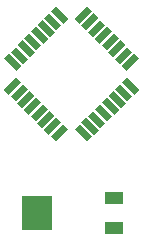
<source format=gbr>
%TF.GenerationSoftware,KiCad,Pcbnew,(5.1.6)-1*%
%TF.CreationDate,2021-07-23T13:19:56-04:00*%
%TF.ProjectId,RTC-12887-switch,5254432d-3132-4383-9837-2d7377697463,rev?*%
%TF.SameCoordinates,Original*%
%TF.FileFunction,Paste,Bot*%
%TF.FilePolarity,Positive*%
%FSLAX46Y46*%
G04 Gerber Fmt 4.6, Leading zero omitted, Abs format (unit mm)*
G04 Created by KiCad (PCBNEW (5.1.6)-1) date 2021-07-23 13:19:56*
%MOMM*%
%LPD*%
G01*
G04 APERTURE LIST*
%ADD10R,1.600000X1.000000*%
%ADD11R,2.500000X3.000000*%
%ADD12C,0.100000*%
G04 APERTURE END LIST*
D10*
%TO.C,Y1*%
X128847000Y-104902000D03*
X128847000Y-102362000D03*
D11*
X122297000Y-103632000D03*
%TD*%
D12*
%TO.C,IC1*%
G36*
X123471557Y-97106977D02*
G01*
X124514539Y-96063995D01*
X124938803Y-96488259D01*
X123895821Y-97531241D01*
X123471557Y-97106977D01*
G37*
G36*
X122905872Y-96541291D02*
G01*
X123948854Y-95498309D01*
X124373118Y-95922573D01*
X123330136Y-96965555D01*
X122905872Y-96541291D01*
G37*
G36*
X122340187Y-95975606D02*
G01*
X123383169Y-94932624D01*
X123807433Y-95356888D01*
X122764451Y-96399870D01*
X122340187Y-95975606D01*
G37*
G36*
X121774501Y-95409920D02*
G01*
X122817483Y-94366938D01*
X123241747Y-94791202D01*
X122198765Y-95834184D01*
X121774501Y-95409920D01*
G37*
G36*
X121208816Y-94844235D02*
G01*
X122251798Y-93801253D01*
X122676062Y-94225517D01*
X121633080Y-95268499D01*
X121208816Y-94844235D01*
G37*
G36*
X120643130Y-94278549D02*
G01*
X121686112Y-93235567D01*
X122110376Y-93659831D01*
X121067394Y-94702813D01*
X120643130Y-94278549D01*
G37*
G36*
X120077445Y-93712864D02*
G01*
X121120427Y-92669882D01*
X121544691Y-93094146D01*
X120501709Y-94137128D01*
X120077445Y-93712864D01*
G37*
G36*
X119511759Y-93147179D02*
G01*
X120554741Y-92104197D01*
X120979005Y-92528461D01*
X119936023Y-93571443D01*
X119511759Y-93147179D01*
G37*
G36*
X120554741Y-91537803D02*
G01*
X119511759Y-90494821D01*
X119936023Y-90070557D01*
X120979005Y-91113539D01*
X120554741Y-91537803D01*
G37*
G36*
X121120427Y-90972118D02*
G01*
X120077445Y-89929136D01*
X120501709Y-89504872D01*
X121544691Y-90547854D01*
X121120427Y-90972118D01*
G37*
G36*
X121686112Y-90406433D02*
G01*
X120643130Y-89363451D01*
X121067394Y-88939187D01*
X122110376Y-89982169D01*
X121686112Y-90406433D01*
G37*
G36*
X122251798Y-89840747D02*
G01*
X121208816Y-88797765D01*
X121633080Y-88373501D01*
X122676062Y-89416483D01*
X122251798Y-89840747D01*
G37*
G36*
X122817483Y-89275062D02*
G01*
X121774501Y-88232080D01*
X122198765Y-87807816D01*
X123241747Y-88850798D01*
X122817483Y-89275062D01*
G37*
G36*
X123383169Y-88709376D02*
G01*
X122340187Y-87666394D01*
X122764451Y-87242130D01*
X123807433Y-88285112D01*
X123383169Y-88709376D01*
G37*
G36*
X123948854Y-88143691D02*
G01*
X122905872Y-87100709D01*
X123330136Y-86676445D01*
X124373118Y-87719427D01*
X123948854Y-88143691D01*
G37*
G36*
X124514539Y-87578005D02*
G01*
X123471557Y-86535023D01*
X123895821Y-86110759D01*
X124938803Y-87153741D01*
X124514539Y-87578005D01*
G37*
G36*
X125505197Y-87153741D02*
G01*
X126548179Y-86110759D01*
X126972443Y-86535023D01*
X125929461Y-87578005D01*
X125505197Y-87153741D01*
G37*
G36*
X126070882Y-87719427D02*
G01*
X127113864Y-86676445D01*
X127538128Y-87100709D01*
X126495146Y-88143691D01*
X126070882Y-87719427D01*
G37*
G36*
X126636567Y-88285112D02*
G01*
X127679549Y-87242130D01*
X128103813Y-87666394D01*
X127060831Y-88709376D01*
X126636567Y-88285112D01*
G37*
G36*
X127202253Y-88850798D02*
G01*
X128245235Y-87807816D01*
X128669499Y-88232080D01*
X127626517Y-89275062D01*
X127202253Y-88850798D01*
G37*
G36*
X127767938Y-89416483D02*
G01*
X128810920Y-88373501D01*
X129235184Y-88797765D01*
X128192202Y-89840747D01*
X127767938Y-89416483D01*
G37*
G36*
X128333624Y-89982169D02*
G01*
X129376606Y-88939187D01*
X129800870Y-89363451D01*
X128757888Y-90406433D01*
X128333624Y-89982169D01*
G37*
G36*
X128899309Y-90547854D02*
G01*
X129942291Y-89504872D01*
X130366555Y-89929136D01*
X129323573Y-90972118D01*
X128899309Y-90547854D01*
G37*
G36*
X129464995Y-91113539D02*
G01*
X130507977Y-90070557D01*
X130932241Y-90494821D01*
X129889259Y-91537803D01*
X129464995Y-91113539D01*
G37*
G36*
X130507977Y-93571443D02*
G01*
X129464995Y-92528461D01*
X129889259Y-92104197D01*
X130932241Y-93147179D01*
X130507977Y-93571443D01*
G37*
G36*
X129942291Y-94137128D02*
G01*
X128899309Y-93094146D01*
X129323573Y-92669882D01*
X130366555Y-93712864D01*
X129942291Y-94137128D01*
G37*
G36*
X129376606Y-94702813D02*
G01*
X128333624Y-93659831D01*
X128757888Y-93235567D01*
X129800870Y-94278549D01*
X129376606Y-94702813D01*
G37*
G36*
X128810920Y-95268499D02*
G01*
X127767938Y-94225517D01*
X128192202Y-93801253D01*
X129235184Y-94844235D01*
X128810920Y-95268499D01*
G37*
G36*
X128245235Y-95834184D02*
G01*
X127202253Y-94791202D01*
X127626517Y-94366938D01*
X128669499Y-95409920D01*
X128245235Y-95834184D01*
G37*
G36*
X127679549Y-96399870D02*
G01*
X126636567Y-95356888D01*
X127060831Y-94932624D01*
X128103813Y-95975606D01*
X127679549Y-96399870D01*
G37*
G36*
X127113864Y-96965555D02*
G01*
X126070882Y-95922573D01*
X126495146Y-95498309D01*
X127538128Y-96541291D01*
X127113864Y-96965555D01*
G37*
G36*
X126548179Y-97531241D02*
G01*
X125505197Y-96488259D01*
X125929461Y-96063995D01*
X126972443Y-97106977D01*
X126548179Y-97531241D01*
G37*
%TD*%
M02*

</source>
